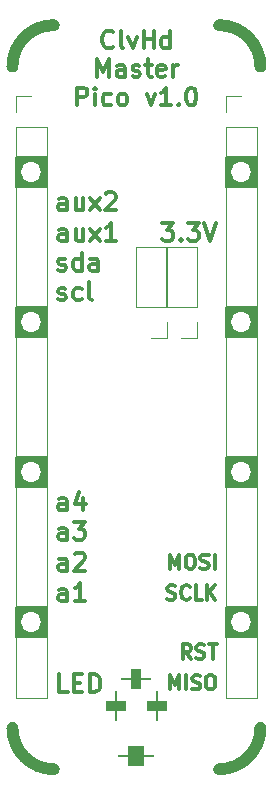
<source format=gbr>
%TF.GenerationSoftware,KiCad,Pcbnew,7.0.7-7.0.7~ubuntu22.04.1*%
%TF.CreationDate,2023-09-13T15:14:38+01:00*%
%TF.ProjectId,clvHd_master_pico,636c7648-645f-46d6-9173-7465725f7069,rev?*%
%TF.SameCoordinates,Original*%
%TF.FileFunction,Legend,Top*%
%TF.FilePolarity,Positive*%
%FSLAX46Y46*%
G04 Gerber Fmt 4.6, Leading zero omitted, Abs format (unit mm)*
G04 Created by KiCad (PCBNEW 7.0.7-7.0.7~ubuntu22.04.1) date 2023-09-13 15:14:38*
%MOMM*%
%LPD*%
G01*
G04 APERTURE LIST*
G04 Aperture macros list*
%AMRoundRect*
0 Rectangle with rounded corners*
0 $1 Rounding radius*
0 $2 $3 $4 $5 $6 $7 $8 $9 X,Y pos of 4 corners*
0 Add a 4 corners polygon primitive as box body*
4,1,4,$2,$3,$4,$5,$6,$7,$8,$9,$2,$3,0*
0 Add four circle primitives for the rounded corners*
1,1,$1+$1,$2,$3*
1,1,$1+$1,$4,$5*
1,1,$1+$1,$6,$7*
1,1,$1+$1,$8,$9*
0 Add four rect primitives between the rounded corners*
20,1,$1+$1,$2,$3,$4,$5,0*
20,1,$1+$1,$4,$5,$6,$7,0*
20,1,$1+$1,$6,$7,$8,$9,0*
20,1,$1+$1,$8,$9,$2,$3,0*%
G04 Aperture macros list end*
%ADD10C,1.000000*%
%ADD11C,0.152400*%
%ADD12C,0.304800*%
%ADD13C,0.300000*%
%ADD14C,0.120000*%
%ADD15R,1.700000X1.700000*%
%ADD16O,1.700000X1.700000*%
%ADD17RoundRect,0.800000X-0.050000X-0.450000X0.050000X-0.450000X0.050000X0.450000X-0.050000X0.450000X0*%
%ADD18RoundRect,0.800000X-0.450000X0.050000X-0.450000X-0.050000X0.450000X-0.050000X0.450000X0.050000X0*%
%ADD19RoundRect,0.800000X-0.700000X0.050000X-0.700000X-0.050000X0.700000X-0.050000X0.700000X0.050000X0*%
G04 APERTURE END LIST*
D10*
X93000000Y-54500000D02*
G75*
G03*
X89500000Y-58000000I0J-3500000D01*
G01*
D11*
X107600000Y-91100000D02*
X110200000Y-91100000D01*
X110200000Y-93600000D01*
X107600000Y-93600000D01*
X107600000Y-91100000D01*
G36*
X107600000Y-91100000D02*
G01*
X110200000Y-91100000D01*
X110200000Y-93600000D01*
X107600000Y-93600000D01*
X107600000Y-91100000D01*
G37*
X107600000Y-103800000D02*
X110200000Y-103800000D01*
X110200000Y-106300000D01*
X107600000Y-106300000D01*
X107600000Y-103800000D01*
G36*
X107600000Y-103800000D02*
G01*
X110200000Y-103800000D01*
X110200000Y-106300000D01*
X107600000Y-106300000D01*
X107600000Y-103800000D01*
G37*
D10*
X110499998Y-58000002D02*
G75*
G03*
X107000000Y-54500002I-3499998J2D01*
G01*
X106999998Y-117499998D02*
G75*
G03*
X110499998Y-114000000I2J3499998D01*
G01*
X89500002Y-113999998D02*
G75*
G03*
X93000000Y-117499998I3499998J-2D01*
G01*
D11*
X89800000Y-91100000D02*
X92400000Y-91100000D01*
X92400000Y-93600000D01*
X89800000Y-93600000D01*
X89800000Y-91100000D01*
G36*
X89800000Y-91100000D02*
G01*
X92400000Y-91100000D01*
X92400000Y-93600000D01*
X89800000Y-93600000D01*
X89800000Y-91100000D01*
G37*
X89800000Y-65700000D02*
X92400000Y-65700000D01*
X92400000Y-68200000D01*
X89800000Y-68200000D01*
X89800000Y-65700000D01*
G36*
X89800000Y-65700000D02*
G01*
X92400000Y-65700000D01*
X92400000Y-68200000D01*
X89800000Y-68200000D01*
X89800000Y-65700000D01*
G37*
X89800000Y-103800000D02*
X92400000Y-103800000D01*
X92400000Y-106300000D01*
X89800000Y-106300000D01*
X89800000Y-103800000D01*
G36*
X89800000Y-103800000D02*
G01*
X92400000Y-103800000D01*
X92400000Y-106300000D01*
X89800000Y-106300000D01*
X89800000Y-103800000D01*
G37*
X107600000Y-65700000D02*
X110200000Y-65700000D01*
X110200000Y-68200000D01*
X107600000Y-68200000D01*
X107600000Y-65700000D01*
G36*
X107600000Y-65700000D02*
G01*
X110200000Y-65700000D01*
X110200000Y-68200000D01*
X107600000Y-68200000D01*
X107600000Y-65700000D01*
G37*
X89800000Y-78400000D02*
X92400000Y-78400000D01*
X92400000Y-80900000D01*
X89800000Y-80900000D01*
X89800000Y-78400000D01*
G36*
X89800000Y-78400000D02*
G01*
X92400000Y-78400000D01*
X92400000Y-80900000D01*
X89800000Y-80900000D01*
X89800000Y-78400000D01*
G37*
X107600000Y-78400000D02*
X110200000Y-78400000D01*
X110200000Y-80900000D01*
X107600000Y-80900000D01*
X107600000Y-78400000D01*
G36*
X107600000Y-78400000D02*
G01*
X110200000Y-78400000D01*
X110200000Y-80900000D01*
X107600000Y-80900000D01*
X107600000Y-78400000D01*
G37*
D12*
X94116526Y-100689181D02*
X94116526Y-99890895D01*
X94116526Y-99890895D02*
X94043954Y-99745752D01*
X94043954Y-99745752D02*
X93898811Y-99673181D01*
X93898811Y-99673181D02*
X93608526Y-99673181D01*
X93608526Y-99673181D02*
X93463383Y-99745752D01*
X94116526Y-100616610D02*
X93971383Y-100689181D01*
X93971383Y-100689181D02*
X93608526Y-100689181D01*
X93608526Y-100689181D02*
X93463383Y-100616610D01*
X93463383Y-100616610D02*
X93390811Y-100471467D01*
X93390811Y-100471467D02*
X93390811Y-100326324D01*
X93390811Y-100326324D02*
X93463383Y-100181181D01*
X93463383Y-100181181D02*
X93608526Y-100108610D01*
X93608526Y-100108610D02*
X93971383Y-100108610D01*
X93971383Y-100108610D02*
X94116526Y-100036038D01*
X94769668Y-99310324D02*
X94842240Y-99237752D01*
X94842240Y-99237752D02*
X94987383Y-99165181D01*
X94987383Y-99165181D02*
X95350240Y-99165181D01*
X95350240Y-99165181D02*
X95495383Y-99237752D01*
X95495383Y-99237752D02*
X95567954Y-99310324D01*
X95567954Y-99310324D02*
X95640525Y-99455467D01*
X95640525Y-99455467D02*
X95640525Y-99600610D01*
X95640525Y-99600610D02*
X95567954Y-99818324D01*
X95567954Y-99818324D02*
X94697097Y-100689181D01*
X94697097Y-100689181D02*
X95640525Y-100689181D01*
D13*
X98035714Y-56327971D02*
X97964286Y-56399400D01*
X97964286Y-56399400D02*
X97750000Y-56470828D01*
X97750000Y-56470828D02*
X97607143Y-56470828D01*
X97607143Y-56470828D02*
X97392857Y-56399400D01*
X97392857Y-56399400D02*
X97250000Y-56256542D01*
X97250000Y-56256542D02*
X97178571Y-56113685D01*
X97178571Y-56113685D02*
X97107143Y-55827971D01*
X97107143Y-55827971D02*
X97107143Y-55613685D01*
X97107143Y-55613685D02*
X97178571Y-55327971D01*
X97178571Y-55327971D02*
X97250000Y-55185114D01*
X97250000Y-55185114D02*
X97392857Y-55042257D01*
X97392857Y-55042257D02*
X97607143Y-54970828D01*
X97607143Y-54970828D02*
X97750000Y-54970828D01*
X97750000Y-54970828D02*
X97964286Y-55042257D01*
X97964286Y-55042257D02*
X98035714Y-55113685D01*
X98892857Y-56470828D02*
X98750000Y-56399400D01*
X98750000Y-56399400D02*
X98678571Y-56256542D01*
X98678571Y-56256542D02*
X98678571Y-54970828D01*
X99321428Y-55470828D02*
X99678571Y-56470828D01*
X99678571Y-56470828D02*
X100035714Y-55470828D01*
X100607142Y-56470828D02*
X100607142Y-54970828D01*
X100607142Y-55685114D02*
X101464285Y-55685114D01*
X101464285Y-56470828D02*
X101464285Y-54970828D01*
X102821429Y-56470828D02*
X102821429Y-54970828D01*
X102821429Y-56399400D02*
X102678571Y-56470828D01*
X102678571Y-56470828D02*
X102392857Y-56470828D01*
X102392857Y-56470828D02*
X102250000Y-56399400D01*
X102250000Y-56399400D02*
X102178571Y-56327971D01*
X102178571Y-56327971D02*
X102107143Y-56185114D01*
X102107143Y-56185114D02*
X102107143Y-55756542D01*
X102107143Y-55756542D02*
X102178571Y-55613685D01*
X102178571Y-55613685D02*
X102250000Y-55542257D01*
X102250000Y-55542257D02*
X102392857Y-55470828D01*
X102392857Y-55470828D02*
X102678571Y-55470828D01*
X102678571Y-55470828D02*
X102821429Y-55542257D01*
X96678571Y-58885828D02*
X96678571Y-57385828D01*
X96678571Y-57385828D02*
X97178571Y-58457257D01*
X97178571Y-58457257D02*
X97678571Y-57385828D01*
X97678571Y-57385828D02*
X97678571Y-58885828D01*
X99035715Y-58885828D02*
X99035715Y-58100114D01*
X99035715Y-58100114D02*
X98964286Y-57957257D01*
X98964286Y-57957257D02*
X98821429Y-57885828D01*
X98821429Y-57885828D02*
X98535715Y-57885828D01*
X98535715Y-57885828D02*
X98392857Y-57957257D01*
X99035715Y-58814400D02*
X98892857Y-58885828D01*
X98892857Y-58885828D02*
X98535715Y-58885828D01*
X98535715Y-58885828D02*
X98392857Y-58814400D01*
X98392857Y-58814400D02*
X98321429Y-58671542D01*
X98321429Y-58671542D02*
X98321429Y-58528685D01*
X98321429Y-58528685D02*
X98392857Y-58385828D01*
X98392857Y-58385828D02*
X98535715Y-58314400D01*
X98535715Y-58314400D02*
X98892857Y-58314400D01*
X98892857Y-58314400D02*
X99035715Y-58242971D01*
X99678572Y-58814400D02*
X99821429Y-58885828D01*
X99821429Y-58885828D02*
X100107143Y-58885828D01*
X100107143Y-58885828D02*
X100250000Y-58814400D01*
X100250000Y-58814400D02*
X100321429Y-58671542D01*
X100321429Y-58671542D02*
X100321429Y-58600114D01*
X100321429Y-58600114D02*
X100250000Y-58457257D01*
X100250000Y-58457257D02*
X100107143Y-58385828D01*
X100107143Y-58385828D02*
X99892858Y-58385828D01*
X99892858Y-58385828D02*
X99750000Y-58314400D01*
X99750000Y-58314400D02*
X99678572Y-58171542D01*
X99678572Y-58171542D02*
X99678572Y-58100114D01*
X99678572Y-58100114D02*
X99750000Y-57957257D01*
X99750000Y-57957257D02*
X99892858Y-57885828D01*
X99892858Y-57885828D02*
X100107143Y-57885828D01*
X100107143Y-57885828D02*
X100250000Y-57957257D01*
X100750001Y-57885828D02*
X101321429Y-57885828D01*
X100964286Y-57385828D02*
X100964286Y-58671542D01*
X100964286Y-58671542D02*
X101035715Y-58814400D01*
X101035715Y-58814400D02*
X101178572Y-58885828D01*
X101178572Y-58885828D02*
X101321429Y-58885828D01*
X102392858Y-58814400D02*
X102250001Y-58885828D01*
X102250001Y-58885828D02*
X101964287Y-58885828D01*
X101964287Y-58885828D02*
X101821429Y-58814400D01*
X101821429Y-58814400D02*
X101750001Y-58671542D01*
X101750001Y-58671542D02*
X101750001Y-58100114D01*
X101750001Y-58100114D02*
X101821429Y-57957257D01*
X101821429Y-57957257D02*
X101964287Y-57885828D01*
X101964287Y-57885828D02*
X102250001Y-57885828D01*
X102250001Y-57885828D02*
X102392858Y-57957257D01*
X102392858Y-57957257D02*
X102464287Y-58100114D01*
X102464287Y-58100114D02*
X102464287Y-58242971D01*
X102464287Y-58242971D02*
X101750001Y-58385828D01*
X103107143Y-58885828D02*
X103107143Y-57885828D01*
X103107143Y-58171542D02*
X103178572Y-58028685D01*
X103178572Y-58028685D02*
X103250001Y-57957257D01*
X103250001Y-57957257D02*
X103392858Y-57885828D01*
X103392858Y-57885828D02*
X103535715Y-57885828D01*
X95000000Y-61300828D02*
X95000000Y-59800828D01*
X95000000Y-59800828D02*
X95571429Y-59800828D01*
X95571429Y-59800828D02*
X95714286Y-59872257D01*
X95714286Y-59872257D02*
X95785715Y-59943685D01*
X95785715Y-59943685D02*
X95857143Y-60086542D01*
X95857143Y-60086542D02*
X95857143Y-60300828D01*
X95857143Y-60300828D02*
X95785715Y-60443685D01*
X95785715Y-60443685D02*
X95714286Y-60515114D01*
X95714286Y-60515114D02*
X95571429Y-60586542D01*
X95571429Y-60586542D02*
X95000000Y-60586542D01*
X96500000Y-61300828D02*
X96500000Y-60300828D01*
X96500000Y-59800828D02*
X96428572Y-59872257D01*
X96428572Y-59872257D02*
X96500000Y-59943685D01*
X96500000Y-59943685D02*
X96571429Y-59872257D01*
X96571429Y-59872257D02*
X96500000Y-59800828D01*
X96500000Y-59800828D02*
X96500000Y-59943685D01*
X97857144Y-61229400D02*
X97714286Y-61300828D01*
X97714286Y-61300828D02*
X97428572Y-61300828D01*
X97428572Y-61300828D02*
X97285715Y-61229400D01*
X97285715Y-61229400D02*
X97214286Y-61157971D01*
X97214286Y-61157971D02*
X97142858Y-61015114D01*
X97142858Y-61015114D02*
X97142858Y-60586542D01*
X97142858Y-60586542D02*
X97214286Y-60443685D01*
X97214286Y-60443685D02*
X97285715Y-60372257D01*
X97285715Y-60372257D02*
X97428572Y-60300828D01*
X97428572Y-60300828D02*
X97714286Y-60300828D01*
X97714286Y-60300828D02*
X97857144Y-60372257D01*
X98714286Y-61300828D02*
X98571429Y-61229400D01*
X98571429Y-61229400D02*
X98500000Y-61157971D01*
X98500000Y-61157971D02*
X98428572Y-61015114D01*
X98428572Y-61015114D02*
X98428572Y-60586542D01*
X98428572Y-60586542D02*
X98500000Y-60443685D01*
X98500000Y-60443685D02*
X98571429Y-60372257D01*
X98571429Y-60372257D02*
X98714286Y-60300828D01*
X98714286Y-60300828D02*
X98928572Y-60300828D01*
X98928572Y-60300828D02*
X99071429Y-60372257D01*
X99071429Y-60372257D02*
X99142858Y-60443685D01*
X99142858Y-60443685D02*
X99214286Y-60586542D01*
X99214286Y-60586542D02*
X99214286Y-61015114D01*
X99214286Y-61015114D02*
X99142858Y-61157971D01*
X99142858Y-61157971D02*
X99071429Y-61229400D01*
X99071429Y-61229400D02*
X98928572Y-61300828D01*
X98928572Y-61300828D02*
X98714286Y-61300828D01*
X100857143Y-60300828D02*
X101214286Y-61300828D01*
X101214286Y-61300828D02*
X101571429Y-60300828D01*
X102928572Y-61300828D02*
X102071429Y-61300828D01*
X102500000Y-61300828D02*
X102500000Y-59800828D01*
X102500000Y-59800828D02*
X102357143Y-60015114D01*
X102357143Y-60015114D02*
X102214286Y-60157971D01*
X102214286Y-60157971D02*
X102071429Y-60229400D01*
X103571428Y-61157971D02*
X103642857Y-61229400D01*
X103642857Y-61229400D02*
X103571428Y-61300828D01*
X103571428Y-61300828D02*
X103500000Y-61229400D01*
X103500000Y-61229400D02*
X103571428Y-61157971D01*
X103571428Y-61157971D02*
X103571428Y-61300828D01*
X104571429Y-59800828D02*
X104714286Y-59800828D01*
X104714286Y-59800828D02*
X104857143Y-59872257D01*
X104857143Y-59872257D02*
X104928572Y-59943685D01*
X104928572Y-59943685D02*
X105000000Y-60086542D01*
X105000000Y-60086542D02*
X105071429Y-60372257D01*
X105071429Y-60372257D02*
X105071429Y-60729400D01*
X105071429Y-60729400D02*
X105000000Y-61015114D01*
X105000000Y-61015114D02*
X104928572Y-61157971D01*
X104928572Y-61157971D02*
X104857143Y-61229400D01*
X104857143Y-61229400D02*
X104714286Y-61300828D01*
X104714286Y-61300828D02*
X104571429Y-61300828D01*
X104571429Y-61300828D02*
X104428572Y-61229400D01*
X104428572Y-61229400D02*
X104357143Y-61157971D01*
X104357143Y-61157971D02*
X104285714Y-61015114D01*
X104285714Y-61015114D02*
X104214286Y-60729400D01*
X104214286Y-60729400D02*
X104214286Y-60372257D01*
X104214286Y-60372257D02*
X104285714Y-60086542D01*
X104285714Y-60086542D02*
X104357143Y-59943685D01*
X104357143Y-59943685D02*
X104428572Y-59872257D01*
X104428572Y-59872257D02*
X104571429Y-59800828D01*
D12*
X94189097Y-110989181D02*
X93463383Y-110989181D01*
X93463383Y-110989181D02*
X93463383Y-109465181D01*
X94697097Y-110190895D02*
X95205097Y-110190895D01*
X95422811Y-110989181D02*
X94697097Y-110989181D01*
X94697097Y-110989181D02*
X94697097Y-109465181D01*
X94697097Y-109465181D02*
X95422811Y-109465181D01*
X96075954Y-110989181D02*
X96075954Y-109465181D01*
X96075954Y-109465181D02*
X96438811Y-109465181D01*
X96438811Y-109465181D02*
X96656525Y-109537752D01*
X96656525Y-109537752D02*
X96801668Y-109682895D01*
X96801668Y-109682895D02*
X96874239Y-109828038D01*
X96874239Y-109828038D02*
X96946811Y-110118324D01*
X96946811Y-110118324D02*
X96946811Y-110336038D01*
X96946811Y-110336038D02*
X96874239Y-110626324D01*
X96874239Y-110626324D02*
X96801668Y-110771467D01*
X96801668Y-110771467D02*
X96656525Y-110916610D01*
X96656525Y-110916610D02*
X96438811Y-110989181D01*
X96438811Y-110989181D02*
X96075954Y-110989181D01*
X102182330Y-71265181D02*
X103125758Y-71265181D01*
X103125758Y-71265181D02*
X102617758Y-71845752D01*
X102617758Y-71845752D02*
X102835473Y-71845752D01*
X102835473Y-71845752D02*
X102980616Y-71918324D01*
X102980616Y-71918324D02*
X103053187Y-71990895D01*
X103053187Y-71990895D02*
X103125758Y-72136038D01*
X103125758Y-72136038D02*
X103125758Y-72498895D01*
X103125758Y-72498895D02*
X103053187Y-72644038D01*
X103053187Y-72644038D02*
X102980616Y-72716610D01*
X102980616Y-72716610D02*
X102835473Y-72789181D01*
X102835473Y-72789181D02*
X102400044Y-72789181D01*
X102400044Y-72789181D02*
X102254901Y-72716610D01*
X102254901Y-72716610D02*
X102182330Y-72644038D01*
X103778902Y-72644038D02*
X103851473Y-72716610D01*
X103851473Y-72716610D02*
X103778902Y-72789181D01*
X103778902Y-72789181D02*
X103706330Y-72716610D01*
X103706330Y-72716610D02*
X103778902Y-72644038D01*
X103778902Y-72644038D02*
X103778902Y-72789181D01*
X104359473Y-71265181D02*
X105302901Y-71265181D01*
X105302901Y-71265181D02*
X104794901Y-71845752D01*
X104794901Y-71845752D02*
X105012616Y-71845752D01*
X105012616Y-71845752D02*
X105157759Y-71918324D01*
X105157759Y-71918324D02*
X105230330Y-71990895D01*
X105230330Y-71990895D02*
X105302901Y-72136038D01*
X105302901Y-72136038D02*
X105302901Y-72498895D01*
X105302901Y-72498895D02*
X105230330Y-72644038D01*
X105230330Y-72644038D02*
X105157759Y-72716610D01*
X105157759Y-72716610D02*
X105012616Y-72789181D01*
X105012616Y-72789181D02*
X104577187Y-72789181D01*
X104577187Y-72789181D02*
X104432044Y-72716610D01*
X104432044Y-72716610D02*
X104359473Y-72644038D01*
X105738330Y-71265181D02*
X106246330Y-72789181D01*
X106246330Y-72789181D02*
X106754330Y-71265181D01*
D13*
X102845488Y-100539542D02*
X102845488Y-99339542D01*
X102845488Y-99339542D02*
X103245488Y-100196685D01*
X103245488Y-100196685D02*
X103645488Y-99339542D01*
X103645488Y-99339542D02*
X103645488Y-100539542D01*
X104445488Y-99339542D02*
X104674060Y-99339542D01*
X104674060Y-99339542D02*
X104788345Y-99396685D01*
X104788345Y-99396685D02*
X104902631Y-99510971D01*
X104902631Y-99510971D02*
X104959774Y-99739542D01*
X104959774Y-99739542D02*
X104959774Y-100139542D01*
X104959774Y-100139542D02*
X104902631Y-100368114D01*
X104902631Y-100368114D02*
X104788345Y-100482400D01*
X104788345Y-100482400D02*
X104674060Y-100539542D01*
X104674060Y-100539542D02*
X104445488Y-100539542D01*
X104445488Y-100539542D02*
X104331203Y-100482400D01*
X104331203Y-100482400D02*
X104216917Y-100368114D01*
X104216917Y-100368114D02*
X104159774Y-100139542D01*
X104159774Y-100139542D02*
X104159774Y-99739542D01*
X104159774Y-99739542D02*
X104216917Y-99510971D01*
X104216917Y-99510971D02*
X104331203Y-99396685D01*
X104331203Y-99396685D02*
X104445488Y-99339542D01*
X105416917Y-100482400D02*
X105588346Y-100539542D01*
X105588346Y-100539542D02*
X105874060Y-100539542D01*
X105874060Y-100539542D02*
X105988346Y-100482400D01*
X105988346Y-100482400D02*
X106045488Y-100425257D01*
X106045488Y-100425257D02*
X106102631Y-100310971D01*
X106102631Y-100310971D02*
X106102631Y-100196685D01*
X106102631Y-100196685D02*
X106045488Y-100082400D01*
X106045488Y-100082400D02*
X105988346Y-100025257D01*
X105988346Y-100025257D02*
X105874060Y-99968114D01*
X105874060Y-99968114D02*
X105645488Y-99910971D01*
X105645488Y-99910971D02*
X105531203Y-99853828D01*
X105531203Y-99853828D02*
X105474060Y-99796685D01*
X105474060Y-99796685D02*
X105416917Y-99682400D01*
X105416917Y-99682400D02*
X105416917Y-99568114D01*
X105416917Y-99568114D02*
X105474060Y-99453828D01*
X105474060Y-99453828D02*
X105531203Y-99396685D01*
X105531203Y-99396685D02*
X105645488Y-99339542D01*
X105645488Y-99339542D02*
X105931203Y-99339542D01*
X105931203Y-99339542D02*
X106102631Y-99396685D01*
X106616917Y-100539542D02*
X106616917Y-99339542D01*
D12*
X93390811Y-75216610D02*
X93535954Y-75289181D01*
X93535954Y-75289181D02*
X93826240Y-75289181D01*
X93826240Y-75289181D02*
X93971383Y-75216610D01*
X93971383Y-75216610D02*
X94043954Y-75071467D01*
X94043954Y-75071467D02*
X94043954Y-74998895D01*
X94043954Y-74998895D02*
X93971383Y-74853752D01*
X93971383Y-74853752D02*
X93826240Y-74781181D01*
X93826240Y-74781181D02*
X93608526Y-74781181D01*
X93608526Y-74781181D02*
X93463383Y-74708610D01*
X93463383Y-74708610D02*
X93390811Y-74563467D01*
X93390811Y-74563467D02*
X93390811Y-74490895D01*
X93390811Y-74490895D02*
X93463383Y-74345752D01*
X93463383Y-74345752D02*
X93608526Y-74273181D01*
X93608526Y-74273181D02*
X93826240Y-74273181D01*
X93826240Y-74273181D02*
X93971383Y-74345752D01*
X95350240Y-75289181D02*
X95350240Y-73765181D01*
X95350240Y-75216610D02*
X95205097Y-75289181D01*
X95205097Y-75289181D02*
X94914811Y-75289181D01*
X94914811Y-75289181D02*
X94769668Y-75216610D01*
X94769668Y-75216610D02*
X94697097Y-75144038D01*
X94697097Y-75144038D02*
X94624525Y-74998895D01*
X94624525Y-74998895D02*
X94624525Y-74563467D01*
X94624525Y-74563467D02*
X94697097Y-74418324D01*
X94697097Y-74418324D02*
X94769668Y-74345752D01*
X94769668Y-74345752D02*
X94914811Y-74273181D01*
X94914811Y-74273181D02*
X95205097Y-74273181D01*
X95205097Y-74273181D02*
X95350240Y-74345752D01*
X96729097Y-75289181D02*
X96729097Y-74490895D01*
X96729097Y-74490895D02*
X96656525Y-74345752D01*
X96656525Y-74345752D02*
X96511382Y-74273181D01*
X96511382Y-74273181D02*
X96221097Y-74273181D01*
X96221097Y-74273181D02*
X96075954Y-74345752D01*
X96729097Y-75216610D02*
X96583954Y-75289181D01*
X96583954Y-75289181D02*
X96221097Y-75289181D01*
X96221097Y-75289181D02*
X96075954Y-75216610D01*
X96075954Y-75216610D02*
X96003382Y-75071467D01*
X96003382Y-75071467D02*
X96003382Y-74926324D01*
X96003382Y-74926324D02*
X96075954Y-74781181D01*
X96075954Y-74781181D02*
X96221097Y-74708610D01*
X96221097Y-74708610D02*
X96583954Y-74708610D01*
X96583954Y-74708610D02*
X96729097Y-74636038D01*
X94116526Y-70189181D02*
X94116526Y-69390895D01*
X94116526Y-69390895D02*
X94043954Y-69245752D01*
X94043954Y-69245752D02*
X93898811Y-69173181D01*
X93898811Y-69173181D02*
X93608526Y-69173181D01*
X93608526Y-69173181D02*
X93463383Y-69245752D01*
X94116526Y-70116610D02*
X93971383Y-70189181D01*
X93971383Y-70189181D02*
X93608526Y-70189181D01*
X93608526Y-70189181D02*
X93463383Y-70116610D01*
X93463383Y-70116610D02*
X93390811Y-69971467D01*
X93390811Y-69971467D02*
X93390811Y-69826324D01*
X93390811Y-69826324D02*
X93463383Y-69681181D01*
X93463383Y-69681181D02*
X93608526Y-69608610D01*
X93608526Y-69608610D02*
X93971383Y-69608610D01*
X93971383Y-69608610D02*
X94116526Y-69536038D01*
X95495383Y-69173181D02*
X95495383Y-70189181D01*
X94842240Y-69173181D02*
X94842240Y-69971467D01*
X94842240Y-69971467D02*
X94914811Y-70116610D01*
X94914811Y-70116610D02*
X95059954Y-70189181D01*
X95059954Y-70189181D02*
X95277668Y-70189181D01*
X95277668Y-70189181D02*
X95422811Y-70116610D01*
X95422811Y-70116610D02*
X95495383Y-70044038D01*
X96075954Y-70189181D02*
X96874240Y-69173181D01*
X96075954Y-69173181D02*
X96874240Y-70189181D01*
X97382239Y-68810324D02*
X97454811Y-68737752D01*
X97454811Y-68737752D02*
X97599954Y-68665181D01*
X97599954Y-68665181D02*
X97962811Y-68665181D01*
X97962811Y-68665181D02*
X98107954Y-68737752D01*
X98107954Y-68737752D02*
X98180525Y-68810324D01*
X98180525Y-68810324D02*
X98253096Y-68955467D01*
X98253096Y-68955467D02*
X98253096Y-69100610D01*
X98253096Y-69100610D02*
X98180525Y-69318324D01*
X98180525Y-69318324D02*
X97309668Y-70189181D01*
X97309668Y-70189181D02*
X98253096Y-70189181D01*
X94116526Y-72789181D02*
X94116526Y-71990895D01*
X94116526Y-71990895D02*
X94043954Y-71845752D01*
X94043954Y-71845752D02*
X93898811Y-71773181D01*
X93898811Y-71773181D02*
X93608526Y-71773181D01*
X93608526Y-71773181D02*
X93463383Y-71845752D01*
X94116526Y-72716610D02*
X93971383Y-72789181D01*
X93971383Y-72789181D02*
X93608526Y-72789181D01*
X93608526Y-72789181D02*
X93463383Y-72716610D01*
X93463383Y-72716610D02*
X93390811Y-72571467D01*
X93390811Y-72571467D02*
X93390811Y-72426324D01*
X93390811Y-72426324D02*
X93463383Y-72281181D01*
X93463383Y-72281181D02*
X93608526Y-72208610D01*
X93608526Y-72208610D02*
X93971383Y-72208610D01*
X93971383Y-72208610D02*
X94116526Y-72136038D01*
X95495383Y-71773181D02*
X95495383Y-72789181D01*
X94842240Y-71773181D02*
X94842240Y-72571467D01*
X94842240Y-72571467D02*
X94914811Y-72716610D01*
X94914811Y-72716610D02*
X95059954Y-72789181D01*
X95059954Y-72789181D02*
X95277668Y-72789181D01*
X95277668Y-72789181D02*
X95422811Y-72716610D01*
X95422811Y-72716610D02*
X95495383Y-72644038D01*
X96075954Y-72789181D02*
X96874240Y-71773181D01*
X96075954Y-71773181D02*
X96874240Y-72789181D01*
X98253096Y-72789181D02*
X97382239Y-72789181D01*
X97817668Y-72789181D02*
X97817668Y-71265181D01*
X97817668Y-71265181D02*
X97672525Y-71482895D01*
X97672525Y-71482895D02*
X97527382Y-71628038D01*
X97527382Y-71628038D02*
X97382239Y-71700610D01*
X94116526Y-98089181D02*
X94116526Y-97290895D01*
X94116526Y-97290895D02*
X94043954Y-97145752D01*
X94043954Y-97145752D02*
X93898811Y-97073181D01*
X93898811Y-97073181D02*
X93608526Y-97073181D01*
X93608526Y-97073181D02*
X93463383Y-97145752D01*
X94116526Y-98016610D02*
X93971383Y-98089181D01*
X93971383Y-98089181D02*
X93608526Y-98089181D01*
X93608526Y-98089181D02*
X93463383Y-98016610D01*
X93463383Y-98016610D02*
X93390811Y-97871467D01*
X93390811Y-97871467D02*
X93390811Y-97726324D01*
X93390811Y-97726324D02*
X93463383Y-97581181D01*
X93463383Y-97581181D02*
X93608526Y-97508610D01*
X93608526Y-97508610D02*
X93971383Y-97508610D01*
X93971383Y-97508610D02*
X94116526Y-97436038D01*
X94697097Y-96565181D02*
X95640525Y-96565181D01*
X95640525Y-96565181D02*
X95132525Y-97145752D01*
X95132525Y-97145752D02*
X95350240Y-97145752D01*
X95350240Y-97145752D02*
X95495383Y-97218324D01*
X95495383Y-97218324D02*
X95567954Y-97290895D01*
X95567954Y-97290895D02*
X95640525Y-97436038D01*
X95640525Y-97436038D02*
X95640525Y-97798895D01*
X95640525Y-97798895D02*
X95567954Y-97944038D01*
X95567954Y-97944038D02*
X95495383Y-98016610D01*
X95495383Y-98016610D02*
X95350240Y-98089181D01*
X95350240Y-98089181D02*
X94914811Y-98089181D01*
X94914811Y-98089181D02*
X94769668Y-98016610D01*
X94769668Y-98016610D02*
X94697097Y-97944038D01*
D13*
X104616917Y-108139542D02*
X104216917Y-107568114D01*
X103931203Y-108139542D02*
X103931203Y-106939542D01*
X103931203Y-106939542D02*
X104388346Y-106939542D01*
X104388346Y-106939542D02*
X104502631Y-106996685D01*
X104502631Y-106996685D02*
X104559774Y-107053828D01*
X104559774Y-107053828D02*
X104616917Y-107168114D01*
X104616917Y-107168114D02*
X104616917Y-107339542D01*
X104616917Y-107339542D02*
X104559774Y-107453828D01*
X104559774Y-107453828D02*
X104502631Y-107510971D01*
X104502631Y-107510971D02*
X104388346Y-107568114D01*
X104388346Y-107568114D02*
X103931203Y-107568114D01*
X105074060Y-108082400D02*
X105245489Y-108139542D01*
X105245489Y-108139542D02*
X105531203Y-108139542D01*
X105531203Y-108139542D02*
X105645489Y-108082400D01*
X105645489Y-108082400D02*
X105702631Y-108025257D01*
X105702631Y-108025257D02*
X105759774Y-107910971D01*
X105759774Y-107910971D02*
X105759774Y-107796685D01*
X105759774Y-107796685D02*
X105702631Y-107682400D01*
X105702631Y-107682400D02*
X105645489Y-107625257D01*
X105645489Y-107625257D02*
X105531203Y-107568114D01*
X105531203Y-107568114D02*
X105302631Y-107510971D01*
X105302631Y-107510971D02*
X105188346Y-107453828D01*
X105188346Y-107453828D02*
X105131203Y-107396685D01*
X105131203Y-107396685D02*
X105074060Y-107282400D01*
X105074060Y-107282400D02*
X105074060Y-107168114D01*
X105074060Y-107168114D02*
X105131203Y-107053828D01*
X105131203Y-107053828D02*
X105188346Y-106996685D01*
X105188346Y-106996685D02*
X105302631Y-106939542D01*
X105302631Y-106939542D02*
X105588346Y-106939542D01*
X105588346Y-106939542D02*
X105759774Y-106996685D01*
X106102631Y-106939542D02*
X106788346Y-106939542D01*
X106445488Y-108139542D02*
X106445488Y-106939542D01*
X102845488Y-110739542D02*
X102845488Y-109539542D01*
X102845488Y-109539542D02*
X103245488Y-110396685D01*
X103245488Y-110396685D02*
X103645488Y-109539542D01*
X103645488Y-109539542D02*
X103645488Y-110739542D01*
X104216917Y-110739542D02*
X104216917Y-109539542D01*
X104731203Y-110682400D02*
X104902632Y-110739542D01*
X104902632Y-110739542D02*
X105188346Y-110739542D01*
X105188346Y-110739542D02*
X105302632Y-110682400D01*
X105302632Y-110682400D02*
X105359774Y-110625257D01*
X105359774Y-110625257D02*
X105416917Y-110510971D01*
X105416917Y-110510971D02*
X105416917Y-110396685D01*
X105416917Y-110396685D02*
X105359774Y-110282400D01*
X105359774Y-110282400D02*
X105302632Y-110225257D01*
X105302632Y-110225257D02*
X105188346Y-110168114D01*
X105188346Y-110168114D02*
X104959774Y-110110971D01*
X104959774Y-110110971D02*
X104845489Y-110053828D01*
X104845489Y-110053828D02*
X104788346Y-109996685D01*
X104788346Y-109996685D02*
X104731203Y-109882400D01*
X104731203Y-109882400D02*
X104731203Y-109768114D01*
X104731203Y-109768114D02*
X104788346Y-109653828D01*
X104788346Y-109653828D02*
X104845489Y-109596685D01*
X104845489Y-109596685D02*
X104959774Y-109539542D01*
X104959774Y-109539542D02*
X105245489Y-109539542D01*
X105245489Y-109539542D02*
X105416917Y-109596685D01*
X106159774Y-109539542D02*
X106388346Y-109539542D01*
X106388346Y-109539542D02*
X106502631Y-109596685D01*
X106502631Y-109596685D02*
X106616917Y-109710971D01*
X106616917Y-109710971D02*
X106674060Y-109939542D01*
X106674060Y-109939542D02*
X106674060Y-110339542D01*
X106674060Y-110339542D02*
X106616917Y-110568114D01*
X106616917Y-110568114D02*
X106502631Y-110682400D01*
X106502631Y-110682400D02*
X106388346Y-110739542D01*
X106388346Y-110739542D02*
X106159774Y-110739542D01*
X106159774Y-110739542D02*
X106045489Y-110682400D01*
X106045489Y-110682400D02*
X105931203Y-110568114D01*
X105931203Y-110568114D02*
X105874060Y-110339542D01*
X105874060Y-110339542D02*
X105874060Y-109939542D01*
X105874060Y-109939542D02*
X105931203Y-109710971D01*
X105931203Y-109710971D02*
X106045489Y-109596685D01*
X106045489Y-109596685D02*
X106159774Y-109539542D01*
D12*
X93390811Y-77716610D02*
X93535954Y-77789181D01*
X93535954Y-77789181D02*
X93826240Y-77789181D01*
X93826240Y-77789181D02*
X93971383Y-77716610D01*
X93971383Y-77716610D02*
X94043954Y-77571467D01*
X94043954Y-77571467D02*
X94043954Y-77498895D01*
X94043954Y-77498895D02*
X93971383Y-77353752D01*
X93971383Y-77353752D02*
X93826240Y-77281181D01*
X93826240Y-77281181D02*
X93608526Y-77281181D01*
X93608526Y-77281181D02*
X93463383Y-77208610D01*
X93463383Y-77208610D02*
X93390811Y-77063467D01*
X93390811Y-77063467D02*
X93390811Y-76990895D01*
X93390811Y-76990895D02*
X93463383Y-76845752D01*
X93463383Y-76845752D02*
X93608526Y-76773181D01*
X93608526Y-76773181D02*
X93826240Y-76773181D01*
X93826240Y-76773181D02*
X93971383Y-76845752D01*
X95350240Y-77716610D02*
X95205097Y-77789181D01*
X95205097Y-77789181D02*
X94914811Y-77789181D01*
X94914811Y-77789181D02*
X94769668Y-77716610D01*
X94769668Y-77716610D02*
X94697097Y-77644038D01*
X94697097Y-77644038D02*
X94624525Y-77498895D01*
X94624525Y-77498895D02*
X94624525Y-77063467D01*
X94624525Y-77063467D02*
X94697097Y-76918324D01*
X94697097Y-76918324D02*
X94769668Y-76845752D01*
X94769668Y-76845752D02*
X94914811Y-76773181D01*
X94914811Y-76773181D02*
X95205097Y-76773181D01*
X95205097Y-76773181D02*
X95350240Y-76845752D01*
X96221097Y-77789181D02*
X96075954Y-77716610D01*
X96075954Y-77716610D02*
X96003383Y-77571467D01*
X96003383Y-77571467D02*
X96003383Y-76265181D01*
X94116526Y-103289181D02*
X94116526Y-102490895D01*
X94116526Y-102490895D02*
X94043954Y-102345752D01*
X94043954Y-102345752D02*
X93898811Y-102273181D01*
X93898811Y-102273181D02*
X93608526Y-102273181D01*
X93608526Y-102273181D02*
X93463383Y-102345752D01*
X94116526Y-103216610D02*
X93971383Y-103289181D01*
X93971383Y-103289181D02*
X93608526Y-103289181D01*
X93608526Y-103289181D02*
X93463383Y-103216610D01*
X93463383Y-103216610D02*
X93390811Y-103071467D01*
X93390811Y-103071467D02*
X93390811Y-102926324D01*
X93390811Y-102926324D02*
X93463383Y-102781181D01*
X93463383Y-102781181D02*
X93608526Y-102708610D01*
X93608526Y-102708610D02*
X93971383Y-102708610D01*
X93971383Y-102708610D02*
X94116526Y-102636038D01*
X95640525Y-103289181D02*
X94769668Y-103289181D01*
X95205097Y-103289181D02*
X95205097Y-101765181D01*
X95205097Y-101765181D02*
X95059954Y-101982895D01*
X95059954Y-101982895D02*
X94914811Y-102128038D01*
X94914811Y-102128038D02*
X94769668Y-102200610D01*
X94116526Y-95589181D02*
X94116526Y-94790895D01*
X94116526Y-94790895D02*
X94043954Y-94645752D01*
X94043954Y-94645752D02*
X93898811Y-94573181D01*
X93898811Y-94573181D02*
X93608526Y-94573181D01*
X93608526Y-94573181D02*
X93463383Y-94645752D01*
X94116526Y-95516610D02*
X93971383Y-95589181D01*
X93971383Y-95589181D02*
X93608526Y-95589181D01*
X93608526Y-95589181D02*
X93463383Y-95516610D01*
X93463383Y-95516610D02*
X93390811Y-95371467D01*
X93390811Y-95371467D02*
X93390811Y-95226324D01*
X93390811Y-95226324D02*
X93463383Y-95081181D01*
X93463383Y-95081181D02*
X93608526Y-95008610D01*
X93608526Y-95008610D02*
X93971383Y-95008610D01*
X93971383Y-95008610D02*
X94116526Y-94936038D01*
X95495383Y-94573181D02*
X95495383Y-95589181D01*
X95132525Y-93992610D02*
X94769668Y-95081181D01*
X94769668Y-95081181D02*
X95713097Y-95081181D01*
D13*
X102616917Y-103082400D02*
X102788346Y-103139542D01*
X102788346Y-103139542D02*
X103074060Y-103139542D01*
X103074060Y-103139542D02*
X103188346Y-103082400D01*
X103188346Y-103082400D02*
X103245488Y-103025257D01*
X103245488Y-103025257D02*
X103302631Y-102910971D01*
X103302631Y-102910971D02*
X103302631Y-102796685D01*
X103302631Y-102796685D02*
X103245488Y-102682400D01*
X103245488Y-102682400D02*
X103188346Y-102625257D01*
X103188346Y-102625257D02*
X103074060Y-102568114D01*
X103074060Y-102568114D02*
X102845488Y-102510971D01*
X102845488Y-102510971D02*
X102731203Y-102453828D01*
X102731203Y-102453828D02*
X102674060Y-102396685D01*
X102674060Y-102396685D02*
X102616917Y-102282400D01*
X102616917Y-102282400D02*
X102616917Y-102168114D01*
X102616917Y-102168114D02*
X102674060Y-102053828D01*
X102674060Y-102053828D02*
X102731203Y-101996685D01*
X102731203Y-101996685D02*
X102845488Y-101939542D01*
X102845488Y-101939542D02*
X103131203Y-101939542D01*
X103131203Y-101939542D02*
X103302631Y-101996685D01*
X104502631Y-103025257D02*
X104445488Y-103082400D01*
X104445488Y-103082400D02*
X104274060Y-103139542D01*
X104274060Y-103139542D02*
X104159774Y-103139542D01*
X104159774Y-103139542D02*
X103988345Y-103082400D01*
X103988345Y-103082400D02*
X103874060Y-102968114D01*
X103874060Y-102968114D02*
X103816917Y-102853828D01*
X103816917Y-102853828D02*
X103759774Y-102625257D01*
X103759774Y-102625257D02*
X103759774Y-102453828D01*
X103759774Y-102453828D02*
X103816917Y-102225257D01*
X103816917Y-102225257D02*
X103874060Y-102110971D01*
X103874060Y-102110971D02*
X103988345Y-101996685D01*
X103988345Y-101996685D02*
X104159774Y-101939542D01*
X104159774Y-101939542D02*
X104274060Y-101939542D01*
X104274060Y-101939542D02*
X104445488Y-101996685D01*
X104445488Y-101996685D02*
X104502631Y-102053828D01*
X105588345Y-103139542D02*
X105016917Y-103139542D01*
X105016917Y-103139542D02*
X105016917Y-101939542D01*
X105988346Y-103139542D02*
X105988346Y-101939542D01*
X106674060Y-103139542D02*
X106159774Y-102453828D01*
X106674060Y-101939542D02*
X105988346Y-102625257D01*
D14*
%TO.C,J7*%
X105140000Y-81010000D02*
X103810000Y-81010000D01*
X105140000Y-79680000D02*
X105140000Y-81010000D01*
X105140000Y-78410000D02*
X105140000Y-73270000D01*
X105140000Y-78410000D02*
X102480000Y-78410000D01*
X105140000Y-73270000D02*
X102480000Y-73270000D01*
X102480000Y-78410000D02*
X102480000Y-73270000D01*
%TO.C,J6*%
X102600000Y-81010000D02*
X101270000Y-81010000D01*
X102600000Y-79680000D02*
X102600000Y-81010000D01*
X102600000Y-78410000D02*
X102600000Y-73270000D01*
X102600000Y-78410000D02*
X99940000Y-78410000D01*
X102600000Y-73270000D02*
X99940000Y-73270000D01*
X99940000Y-78410000D02*
X99940000Y-73270000D01*
%TO.C,J5*%
X107560000Y-60540000D02*
X108890000Y-60540000D01*
X107560000Y-61870000D02*
X107560000Y-60540000D01*
X107560000Y-63140000D02*
X107560000Y-111460000D01*
X107560000Y-63140000D02*
X110220000Y-63140000D01*
X107560000Y-111460000D02*
X110220000Y-111460000D01*
X110220000Y-63140000D02*
X110220000Y-111460000D01*
%TO.C,J4*%
X89780000Y-60540000D02*
X91110000Y-60540000D01*
X89780000Y-61870000D02*
X89780000Y-60540000D01*
X89780000Y-63140000D02*
X89780000Y-111460000D01*
X89780000Y-63140000D02*
X92440000Y-63140000D01*
X89780000Y-111460000D02*
X92440000Y-111460000D01*
X92440000Y-63140000D02*
X92440000Y-111460000D01*
%TD*%
%LPC*%
D15*
%TO.C,J7*%
X103810000Y-79680000D03*
D16*
X103810000Y-77140000D03*
X103810000Y-74600000D03*
%TD*%
D15*
%TO.C,J6*%
X101270000Y-79680000D03*
D16*
X101270000Y-77140000D03*
X101270000Y-74600000D03*
%TD*%
D15*
%TO.C,J5*%
X108890000Y-61870000D03*
D16*
X108890000Y-64410000D03*
X108890000Y-66950000D03*
X108890000Y-69490000D03*
X108890000Y-72030000D03*
X108890000Y-74570000D03*
X108890000Y-77110000D03*
X108890000Y-79650000D03*
X108890000Y-82190000D03*
X108890000Y-84730000D03*
X108890000Y-87270000D03*
X108890000Y-89810000D03*
X108890000Y-92350000D03*
X108890000Y-94890000D03*
X108890000Y-97430000D03*
X108890000Y-99970000D03*
X108890000Y-102510000D03*
X108890000Y-105050000D03*
X108890000Y-107590000D03*
X108890000Y-110130000D03*
%TD*%
D15*
%TO.C,J4*%
X91110000Y-61870000D03*
D16*
X91110000Y-64410000D03*
X91110000Y-66950000D03*
X91110000Y-69490000D03*
X91110000Y-72030000D03*
X91110000Y-74570000D03*
X91110000Y-77110000D03*
X91110000Y-79650000D03*
X91110000Y-82190000D03*
X91110000Y-84730000D03*
X91110000Y-87270000D03*
X91110000Y-89810000D03*
X91110000Y-92350000D03*
X91110000Y-94890000D03*
X91110000Y-97430000D03*
X91110000Y-99970000D03*
X91110000Y-102510000D03*
X91110000Y-105050000D03*
X91110000Y-107590000D03*
X91110000Y-110130000D03*
%TD*%
D17*
%TO.C,J3*%
X101750000Y-112145000D03*
D18*
X100000000Y-109845000D03*
D17*
X98250000Y-112145000D03*
D19*
X100000000Y-116345000D03*
%TD*%
%LPD*%
M02*

</source>
